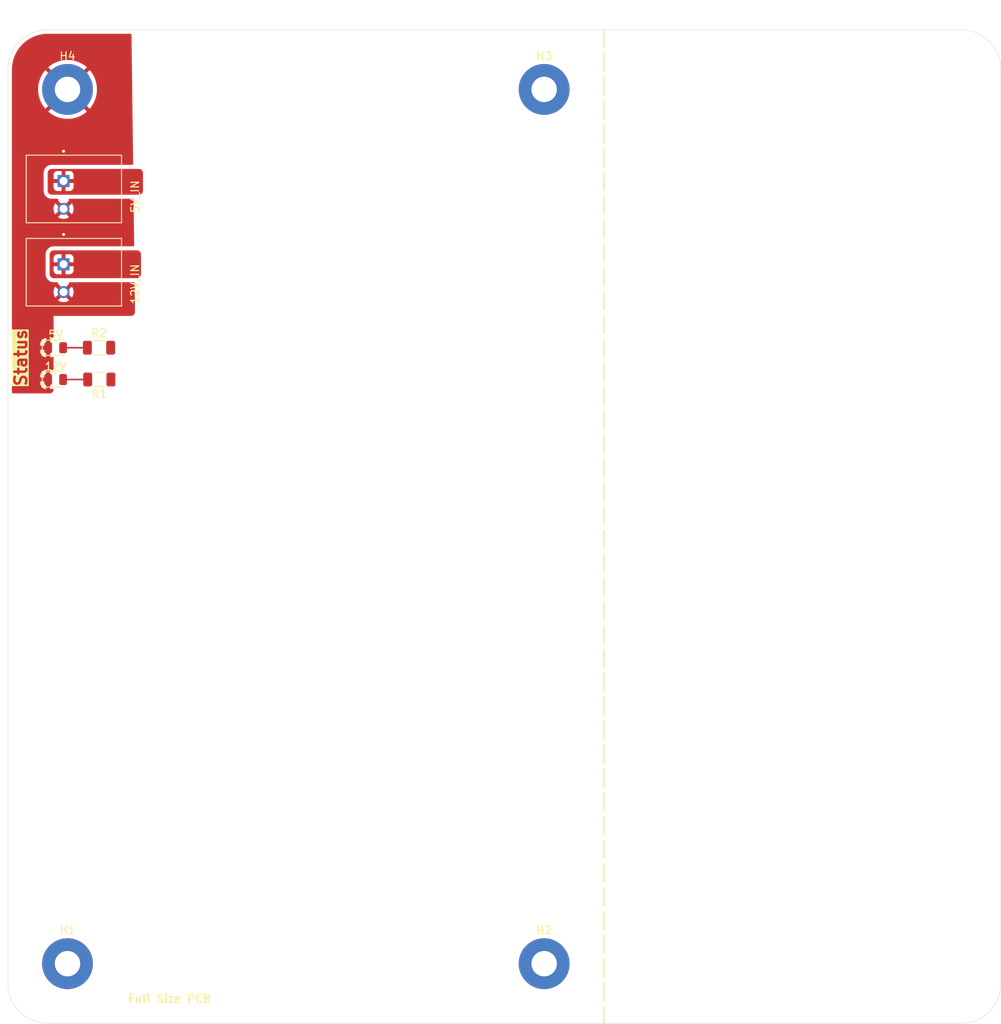
<source format=kicad_pcb>
(kicad_pcb (version 20240108) (generator "pcbnew") (generator_version "8.0")
  (title_block (title "Full Size PCB Template") (date "2024-08-05") (rev "2 ") (company "FabRice Team - Campus Fab"))
  (layers (0 "F.Cu" signal) (31 "B.Cu" signal) (34 "B.Paste" user) (35 "F.Paste" user) (36 "B.SilkS" user "B.Silkscreen") (37 "F.SilkS" user "F.Silkscreen") (38 "B.Mask" user) (39 "F.Mask" user) (44 "Edge.Cuts" user))
  (net 0 "")
  (net 1 "GND")
  (net 2 "/5V_LOCAL")
  (net 3 "/12V_LOCAL")
  (net 4 "Net-(D1-A)")
  (net 5 "Net-(D2-A)")
  (footprint "LED_SMD:LED_0805_2012Metric" (layer "F.Cu") (at 41 65)
    (property "Reference" "5V" (at 0 -1.65 0) (layer "F.SilkS"))
    (property "Value" "green led" (hide yes))
    (fp_line (start -1.685 -0.96) (end -1.685 0.96) (stroke (width 0.12)) (layer "F.SilkS"))
    (fp_line (start -1.685 0.96) (end 1 0.96) (stroke (width 0.12)) (layer "F.SilkS"))
    (fp_line (start 1 -0.96) (end -1.685 -0.96) (stroke (width 0.12)) (layer "F.SilkS"))
    (pad "1" smd roundrect (at -0.9375 0) (size 0.975 1.4) (layers "F.Cu" "F.Paste" "F.Mask") (net 1 "GND"))
    (pad "2" smd roundrect (at 0.9375 0) (size 0.975 1.4) (layers "F.Cu" "F.Paste" "F.Mask") (net 5 "Net-(D2-A)"))
  )
  (footprint "MountingHole:MountingHole_3.2mm_M3_Pad" (layer "F.Cu") (at 102.5 32.5)
    (property "Reference" "H3" (at 0 -4.2 0) (layer "F.SilkS"))
    (property "Value" "MountingHole_Pad" (hide yes))
    (pad "1" thru_hole circle (at 0 0) (size 6.4 6.4) (drill 3.2) (layers "*.Cu" "*.Mask") (net 1 "GND"))
  )
  (footprint "Footprints:PHOENIX_1984963" (layer "F.Cu") (at 37.3 51.25 -90)
    (property "Reference" "J2" (hide yes))
    (property "Value" "12V_IN" (at 5.75 -13.7 90) (layer "F.SilkS"))
    (fp_line (start 0 0) (end 8.5 0) (stroke (width 0.127)) (layer "F.SilkS"))
    (fp_line (start 8.5 0) (end 8.5 -12) (stroke (width 0.127)) (layer "F.SilkS"))
    (fp_line (start 0 -12) (end 0 0) (stroke (width 0.127)) (layer "F.SilkS"))
    (fp_line (start 8.5 -12) (end 0 -12) (stroke (width 0.127)) (layer "F.SilkS"))
    (fp_circle (center -0.5 -4.7) (end -0.4 -4.7) (stroke (width 0.2)) (fill none) (layer "F.SilkS"))
    (pad "1" thru_hole rect (at 3.25 -4.7 270) (size 1.508 1.508) (drill 1) (layers "*.Cu" "*.Mask") (net 3 "/12V_LOCAL"))
    (pad "2" thru_hole circle (at 6.75 -4.7 270) (size 1.508 1.508) (drill 1) (layers "*.Cu" "*.Mask") (net 1 "GND"))
  )
  (footprint "MountingHole:MountingHole_3.2mm_M3_Pad" (layer "F.Cu") (at 42.5 142.5)
    (property "Reference" "H1" (at 0 -4.2 0) (layer "F.SilkS"))
    (property "Value" "MountingHole_Pad" (hide yes))
    (pad "1" thru_hole circle (at 0 0) (size 6.4 6.4) (drill 3.2) (layers "*.Cu" "*.Mask") (net 1 "GND"))
  )
  (footprint "Footprints:PHOENIX_1984963" (layer "F.Cu") (at 37.3 40.775 -90)
    (property "Reference" "J1" (hide yes))
    (property "Value" "5V_IN" (at 5.225 -13.7 90) (layer "F.SilkS"))
    (fp_line (start 0 0) (end 8.5 0) (stroke (width 0.127)) (layer "F.SilkS"))
    (fp_line (start 8.5 0) (end 8.5 -12) (stroke (width 0.127)) (layer "F.SilkS"))
    (fp_line (start 0 -12) (end 0 0) (stroke (width 0.127)) (layer "F.SilkS"))
    (fp_line (start 8.5 -12) (end 0 -12) (stroke (width 0.127)) (layer "F.SilkS"))
    (fp_circle (center -0.5 -4.7) (end -0.4 -4.7) (stroke (width 0.2)) (fill none) (layer "F.SilkS"))
    (pad "1" thru_hole rect (at 3.25 -4.7 270) (size 1.508 1.508) (drill 1) (layers "*.Cu" "*.Mask") (net 2 "/5V_LOCAL"))
    (pad "2" thru_hole circle (at 6.75 -4.7 270) (size 1.508 1.508) (drill 1) (layers "*.Cu" "*.Mask") (net 1 "GND"))
  )
  (footprint "LED_SMD:LED_0805_2012Metric" (layer "F.Cu") (at 41 69)
    (property "Reference" "12V" (at 0 -1.65 0) (layer "F.SilkS"))
    (property "Value" "green led" (hide yes))
    (fp_line (start -1.685 -0.96) (end -1.685 0.96) (stroke (width 0.12)) (layer "F.SilkS"))
    (fp_line (start -1.685 0.96) (end 1 0.96) (stroke (width 0.12)) (layer "F.SilkS"))
    (fp_line (start 1 -0.96) (end -1.685 -0.96) (stroke (width 0.12)) (layer "F.SilkS"))
    (pad "1" smd roundrect (at -0.9375 0) (size 0.975 1.4) (layers "F.Cu" "F.Paste" "F.Mask") (net 1 "GND"))
    (pad "2" smd roundrect (at 0.9375 0) (size 0.975 1.4) (layers "F.Cu" "F.Paste" "F.Mask") (net 4 "Net-(D1-A)"))
  )
  (footprint "Resistor_SMD:R_1206_3216Metric" (layer "F.Cu") (at 46.5 69 180)
    (property "Reference" "R1" (at 0 -1.82 180) (layer "F.SilkS"))
    (property "Value" "450" (hide yes))
    (fp_line (start -0.727064 0.91) (end 0.727064 0.91) (stroke (width 0.12)) (layer "F.SilkS"))
    (fp_line (start -0.727064 -0.91) (end 0.727064 -0.91) (stroke (width 0.12)) (layer "F.SilkS"))
    (pad "1" smd roundrect (at -1.4625 0 180) (size 1.125 1.75) (layers "F.Cu" "F.Paste" "F.Mask") (roundrect_rratio 0.222222) (net 3 "/12V_LOCAL"))
    (pad "2" smd roundrect (at 1.4625 0 180) (size 1.125 1.75) (layers "F.Cu" "F.Paste" "F.Mask") (roundrect_rratio 0.222222) (net 4 "Net-(D1-A)"))
  )
  (footprint "Resistor_SMD:R_1206_3216Metric" (layer "F.Cu") (at 46.4625 65)
    (property "Reference" "R2" (at 0 -1.82 0) (layer "F.SilkS"))
    (property "Value" "150" (hide yes))
    (fp_line (start -0.727064 -0.91) (end 0.727064 -0.91) (stroke (width 0.12)) (layer "F.SilkS"))
    (fp_line (start -0.727064 0.91) (end 0.727064 0.91) (stroke (width 0.12)) (layer "F.SilkS"))
    (pad "1" smd roundrect (at -1.4625 0) (size 1.125 1.75) (layers "F.Cu" "F.Paste" "F.Mask") (roundrect_rratio 0.222222) (net 5 "Net-(D2-A)"))
    (pad "2" smd roundrect (at 1.4625 0) (size 1.125 1.75) (layers "F.Cu" "F.Paste" "F.Mask") (roundrect_rratio 0.222222) (net 2 "/5V_LOCAL"))
  )
  (footprint "MountingHole:MountingHole_3.2mm_M3_Pad" (layer "F.Cu") (at 102.5 142.5)
    (property "Reference" "H2" (at 0 -4.2 0) (layer "F.SilkS"))
    (property "Value" "MountingHole_Pad" (hide yes))
    (pad "1" thru_hole circle (at 0 0) (size 6.4 6.4) (drill 3.2) (layers "*.Cu" "*.Mask") (net 1 "GND"))
  )
  (footprint "MountingHole:MountingHole_3.2mm_M3_Pad" (layer "F.Cu") (at 42.5 32.5)
    (property "Reference" "H4" (at 0 -4.2 0) (layer "F.SilkS"))
    (property "Value" "MountingHole_Pad" (hide yes))
    (pad "1" thru_hole circle (at 0 0) (size 6.4 6.4) (drill 3.2) (layers "*.Cu" "*.Mask") (net 1 "GND"))
  )
  (gr_line (start 110 25) (end 110 150) (stroke (width 0.2) (type dash)) (layer "F.SilkS"))
  (gr_arc (start 160 145) (mid 158.535534 148.535534) (end 155 150) (stroke (width 0.05)) (layer "Edge.Cuts"))
  (gr_line (start 160 30) (end 160 145) (stroke (width 0.05)) (layer "Edge.Cuts"))
  (gr_line (start 35 145) (end 35 30) (stroke (width 0.05)) (layer "Edge.Cuts"))
  (gr_arc (start 35 30) (mid 36.464466 26.464466) (end 40 25) (stroke (width 0.05)) (layer "Edge.Cuts"))
  (gr_arc (start 155 25) (mid 158.535534 26.464466) (end 160 30) (stroke (width 0.05)) (layer "Edge.Cuts"))
  (gr_arc (start 40 150) (mid 36.464466 148.535534) (end 35 145) (stroke (width 0.05)) (layer "Edge.Cuts"))
  (gr_line (start 155 150) (end 40 150) (stroke (width 0.05)) (layer "Edge.Cuts"))
  (gr_line (start 40 25) (end 155 25) (stroke (width 0.05)) (layer "Edge.Cuts"))
  (gr_text "Full Size PCB" (at 50 147.5 0) (layer "F.SilkS") (effects (font (size 1 1) (thickness 0.2) (bold yes)) (justify left bottom)))
  (gr_text "Status" (at 37.5 70 90) (layer "F.SilkS" knockout) (effects (font (size 1.5 1.5) (thickness 0.3) (bold yes)) (justify left bottom)))
  (segment (start 45.0375 69) (end 41.9375 69) (width 0.2) (layer "F.Cu") (net 4))
  (segment (start 45 65) (end 41.9375 65) (width 0.2) (layer "F.Cu") (net 5))
  (zone (net 3) (net_name "/12V_LOCAL") (layer "F.Cu") (priority 2) (connect_pads (clearance 0.5)) (min_thickness 0.25) (fill yes (thermal_gap 0.5) (thermal_bridge_width 0.5) (smoothing fillet) (radius 0.5))
    (polygon (pts (xy 40.25 52.75) (xy 51.75 52.75) (xy 51.75 56.25) (xy 40.25 56.25)))
  )
  (zone (net 2) (net_name "/5V_LOCAL") (layer "F.Cu") (priority 2) (connect_pads (clearance 0.5)) (min_thickness 0.25) (fill yes (thermal_gap 0.5) (thermal_bridge_width 0.5) (smoothing fillet) (radius 0.5))
    (polygon (pts (xy 40 42.5) (xy 40 45.75) (xy 52 45.75) (xy 52 42.5)))
  )
  (zone (net 1) (net_name "GND") (layer "F.Cu") (name "diodes gnd") (connect_pads (clearance 0.5)) (min_thickness 0.25) (fill yes (thermal_gap 0.5) (thermal_bridge_width 0.5) (smoothing fillet) (radius 0.5))
    (polygon (pts (xy 40.75 70.75) (xy 34 70.75) (xy 34.25 21.25) (xy 50.5 21.25) (xy 51 61) (xy 40.75 61)))
  )
)
</source>
